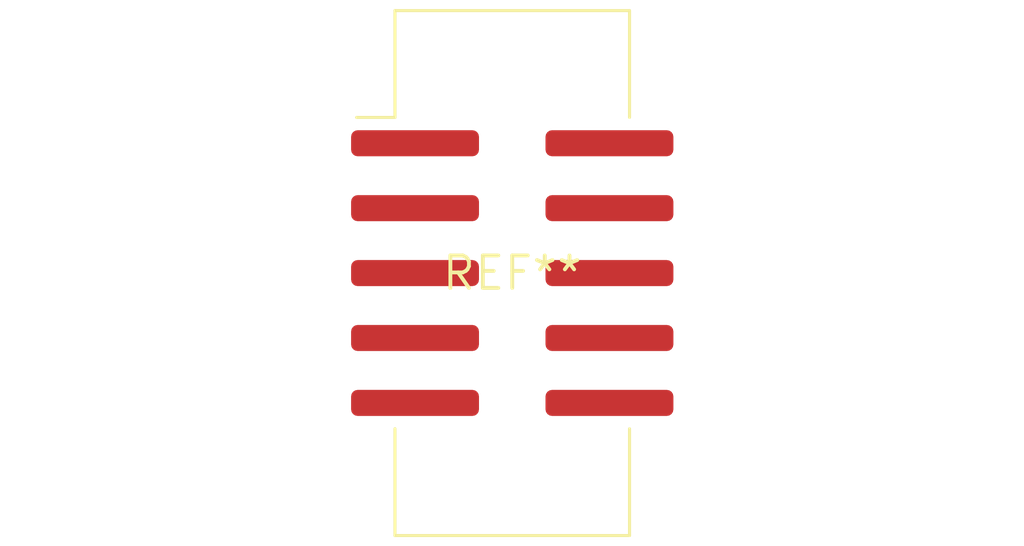
<source format=kicad_pcb>
(kicad_pcb (version 20240108) (generator pcbnew)
  (layers (0 "F.Cu" signal) (31 "B.Cu" signal) (34 "B.Paste" user) (35 "F.Paste" user) (36 "B.SilkS" user "B.Silkscreen") (37 "F.SilkS" user "F.Silkscreen") (38 "B.Mask" user) (39 "F.Mask" user) (44 "Edge.Cuts" user))
  (net 0 "")
  (footprint "IDC-Header_2x05_P2.54mm_Vertical_SMD" (layer "F.Cu") (at 0 0)
    (property "Reference" "REF**")
    (property "Value" "IDC-Header_2x05_P2.54mm_Vertical_SMD")
    (fp_line (start -4.585 -10.27) (end 4.585 -10.27) (layer "F.SilkS") (stroke (width 0.12)))
    (fp_line (start -4.585 -6.09) (end -6.085 -6.09) (layer "F.SilkS") (stroke (width 0.12)))
    (fp_line (start -4.585 -6.09) (end -4.585 -10.27) (layer "F.SilkS") (stroke (width 0.12)))
    (fp_line (start -4.585 6.09) (end -4.585 10.27) (layer "F.SilkS") (stroke (width 0.12)))
    (fp_line (start -4.585 10.27) (end 4.585 10.27) (layer "F.SilkS") (stroke (width 0.12)))
    (fp_line (start 4.585 -10.27) (end 4.585 -6.09) (layer "F.SilkS") (stroke (width 0.12)))
    (fp_line (start 4.585 10.27) (end 4.585 6.09) (layer "F.SilkS") (stroke (width 0.12)))
    (pad "1" smd roundrect (at -3.8 -5.08) (size 5 1.02) (layers "F.Cu" "F.Paste" "F.Mask"))
    (pad "2" smd roundrect (at 3.8 -5.08) (size 5 1.02) (layers "F.Cu" "F.Paste" "F.Mask"))
    (pad "3" smd roundrect (at -3.8 -2.54) (size 5 1.02) (layers "F.Cu" "F.Paste" "F.Mask"))
    (pad "4" smd roundrect (at 3.8 -2.54) (size 5 1.02) (layers "F.Cu" "F.Paste" "F.Mask"))
    (pad "5" smd roundrect (at -3.8 0) (size 5 1.02) (layers "F.Cu" "F.Paste" "F.Mask"))
    (pad "6" smd roundrect (at 3.8 0) (size 5 1.02) (layers "F.Cu" "F.Paste" "F.Mask"))
    (pad "7" smd roundrect (at -3.8 2.54) (size 5 1.02) (layers "F.Cu" "F.Paste" "F.Mask"))
    (pad "8" smd roundrect (at 3.8 2.54) (size 5 1.02) (layers "F.Cu" "F.Paste" "F.Mask"))
    (pad "9" smd roundrect (at -3.8 5.08) (size 5 1.02) (layers "F.Cu" "F.Paste" "F.Mask"))
    (pad "10" smd roundrect (at 3.8 5.08) (size 5 1.02) (layers "F.Cu" "F.Paste" "F.Mask"))
  )
)
</source>
